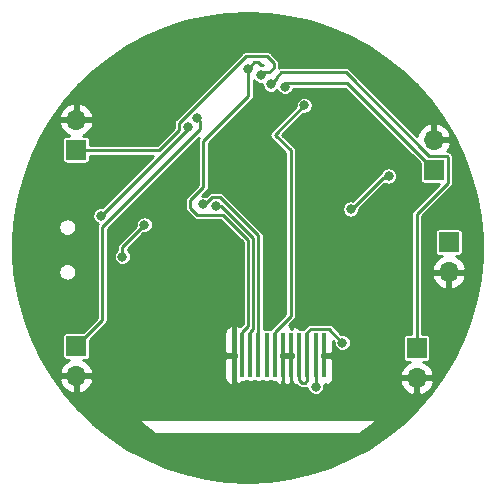
<source format=gbr>
G04 #@! TF.GenerationSoftware,KiCad,Pcbnew,(5.1.6)-1*
G04 #@! TF.CreationDate,2020-09-19T09:47:57+02:00*
G04 #@! TF.ProjectId,ArduinoProMicroUSB,41726475-696e-46f5-9072-6f4d6963726f,rev?*
G04 #@! TF.SameCoordinates,Original*
G04 #@! TF.FileFunction,Copper,L2,Bot*
G04 #@! TF.FilePolarity,Positive*
%FSLAX46Y46*%
G04 Gerber Fmt 4.6, Leading zero omitted, Abs format (unit mm)*
G04 Created by KiCad (PCBNEW (5.1.6)-1) date 2020-09-19 09:47:57*
%MOMM*%
%LPD*%
G01*
G04 APERTURE LIST*
G04 #@! TA.AperFunction,SMDPad,CuDef*
%ADD10R,0.345000X3.810000*%
G04 #@! TD*
G04 #@! TA.AperFunction,ComponentPad*
%ADD11O,1.700000X1.700000*%
G04 #@! TD*
G04 #@! TA.AperFunction,ComponentPad*
%ADD12R,1.700000X1.700000*%
G04 #@! TD*
G04 #@! TA.AperFunction,ViaPad*
%ADD13C,0.800000*%
G04 #@! TD*
G04 #@! TA.AperFunction,Conductor*
%ADD14C,0.250000*%
G04 #@! TD*
G04 #@! TA.AperFunction,Conductor*
%ADD15C,0.254000*%
G04 #@! TD*
G04 APERTURE END LIST*
D10*
X171053760Y-70421500D03*
X169672000Y-70421500D03*
X171744640Y-70421500D03*
X170362880Y-70421500D03*
X173817280Y-70421500D03*
X172435520Y-70421500D03*
X174508160Y-70421500D03*
X173126400Y-70421500D03*
X175201580Y-70421500D03*
X175892460Y-70421500D03*
X176583340Y-70421500D03*
X177274220Y-70421500D03*
D11*
X187845700Y-63385700D03*
D12*
X187845700Y-60845700D03*
D11*
X185127900Y-72339200D03*
D12*
X185127900Y-69799200D03*
X156324300Y-69634100D03*
D11*
X156324300Y-72174100D03*
D12*
X156298900Y-53009800D03*
D11*
X156298900Y-50469800D03*
D12*
X186575700Y-54724300D03*
D11*
X186575700Y-52184300D03*
D13*
X159448500Y-55181500D03*
X164020500Y-62166500D03*
X165912800Y-44564300D03*
X156591000Y-63639700D03*
X184721500Y-50673000D03*
X172300900Y-54889400D03*
X176415700Y-50660300D03*
X175298100Y-61010800D03*
X168084500Y-53098700D03*
X178498500Y-57150000D03*
X173736000Y-65849500D03*
X167068500Y-57658000D03*
X176583340Y-73091040D03*
X179565300Y-58039000D03*
X178841400Y-69354700D03*
X182753000Y-55245000D03*
X175615600Y-49250600D03*
X168173400Y-57785000D03*
X170878500Y-46228000D03*
X165760400Y-51117500D03*
X158400750Y-58604150D03*
X160215580Y-62075060D03*
X162077400Y-59377580D03*
X166560500Y-50355500D03*
X172783500Y-47498000D03*
X171958000Y-46736000D03*
X173990000Y-47688500D03*
D14*
X169672000Y-72576500D02*
X170412600Y-73317100D01*
X169672000Y-70421500D02*
X169672000Y-72576500D01*
X173817280Y-70421500D02*
X173817280Y-73309480D01*
X170412600Y-73317100D02*
X173824900Y-73317100D01*
X173817280Y-73309480D02*
X173824900Y-73317100D01*
X174508160Y-70421500D02*
X174508160Y-73111360D01*
X174536100Y-73139300D02*
X174536100Y-73317100D01*
X174508160Y-73111360D02*
X174536100Y-73139300D01*
X173824900Y-73317100D02*
X174536100Y-73317100D01*
X167793501Y-57059999D02*
X167068500Y-57785000D01*
X168521401Y-57059999D02*
X167793501Y-57059999D01*
X171744640Y-70421500D02*
X171744640Y-60283238D01*
X171744640Y-60283238D02*
X168521401Y-57059999D01*
X176583340Y-70421500D02*
X176583340Y-73091040D01*
X176583340Y-73091040D02*
X176583340Y-73091040D01*
X175201580Y-70421500D02*
X175201580Y-72547480D01*
X175201580Y-72547480D02*
X175412400Y-72758300D01*
X175412400Y-72758300D02*
X175691800Y-72758300D01*
X175892460Y-72557640D02*
X175892460Y-70421500D01*
X175691800Y-72758300D02*
X175892460Y-72557640D01*
X182270400Y-55384700D02*
X182562500Y-55384700D01*
X179565300Y-58089800D02*
X182270400Y-55384700D01*
X175892460Y-68449878D02*
X175892460Y-70421500D01*
X176150839Y-68191499D02*
X175892460Y-68449878D01*
X177678199Y-68191499D02*
X176150839Y-68191499D01*
X178841400Y-69354700D02*
X177678199Y-68191499D01*
X175615600Y-49250600D02*
X173126400Y-51739800D01*
X174461001Y-67115277D02*
X173126400Y-68449878D01*
X173126400Y-68449878D02*
X173126400Y-70421500D01*
X174461001Y-53074401D02*
X174461001Y-67115277D01*
X173126400Y-51739800D02*
X174461001Y-53074401D01*
X171053760Y-68449878D02*
X171053760Y-70421500D01*
X171294630Y-68209008D02*
X171053760Y-68449878D01*
X171294630Y-60469638D02*
X171294630Y-68209008D01*
X168609992Y-57785000D02*
X171294630Y-60469638D01*
X168173400Y-57785000D02*
X168609992Y-57785000D01*
X165987899Y-57993301D02*
X166364899Y-58370301D01*
X170844620Y-60656038D02*
X168698583Y-58510001D01*
X168698583Y-58510001D02*
X167825399Y-58510001D01*
X170362880Y-70421500D02*
X170362880Y-68449878D01*
X170844620Y-67968138D02*
X170844620Y-60656038D01*
X170362880Y-68449878D02*
X170844620Y-67968138D01*
X165987899Y-57993301D02*
X165987899Y-57297299D01*
X166504599Y-58510001D02*
X165987899Y-57993301D01*
X167825399Y-58510001D02*
X166504599Y-58510001D01*
X171691300Y-45593000D02*
X171919900Y-45821600D01*
X171386500Y-45593000D02*
X171691300Y-45593000D01*
X172110400Y-45821600D02*
X171919900Y-45821600D01*
X171069000Y-45910500D02*
X171386500Y-45593000D01*
X170878500Y-45910500D02*
X171069000Y-45910500D01*
X170878500Y-45910500D02*
X170878500Y-48450500D01*
X170878500Y-48450500D02*
X167068500Y-52260500D01*
X167068500Y-56197500D02*
X167078099Y-56207099D01*
X167068500Y-52260500D02*
X167068500Y-56197500D01*
X165987899Y-57297299D02*
X167078099Y-56207099D01*
X165760400Y-51244500D02*
X165760400Y-51117500D01*
X158400750Y-58604150D02*
X165760400Y-51244500D01*
X160223200Y-61231780D02*
X162077400Y-59377580D01*
X160223200Y-62141100D02*
X160223200Y-61231780D01*
X166827149Y-51250753D02*
X158514902Y-59563000D01*
X166427150Y-50285650D02*
X166827149Y-50685649D01*
X166827149Y-50685649D02*
X166827149Y-51250753D01*
X158514902Y-67443498D02*
X156324300Y-69634100D01*
X158514902Y-59563000D02*
X158514902Y-67443498D01*
X185127900Y-58457102D02*
X185127900Y-69799200D01*
X187750701Y-55834301D02*
X185127900Y-58457102D01*
X187750701Y-53614299D02*
X187750701Y-55834301D01*
X173291500Y-46875700D02*
X173691499Y-46475701D01*
X173691499Y-46475701D02*
X179128099Y-46475701D01*
X179128099Y-46475701D02*
X186201697Y-53549299D01*
X187685701Y-53549299D02*
X187750701Y-53614299D01*
X186201697Y-53549299D02*
X187685701Y-53549299D01*
X173291500Y-46990000D02*
X172783500Y-47498000D01*
X173291500Y-46875700D02*
X173291500Y-46990000D01*
X173018399Y-46082001D02*
X173018399Y-45656597D01*
X172618400Y-46482000D02*
X173018399Y-46082001D01*
X173018399Y-45656597D02*
X172458401Y-45096599D01*
X172458401Y-45096599D02*
X170708299Y-45096599D01*
X165035399Y-51333091D02*
X163307890Y-53060600D01*
X156349700Y-53060600D02*
X156298900Y-53009800D01*
X163307890Y-53060600D02*
X156349700Y-53060600D01*
X165035399Y-50769499D02*
X165035399Y-51333091D01*
X170708299Y-45096599D02*
X165035399Y-50769499D01*
X172212000Y-46482000D02*
X171958000Y-46736000D01*
X172618400Y-46482000D02*
X172212000Y-46482000D01*
X179247800Y-47396400D02*
X186575700Y-54724300D01*
X173990000Y-47625000D02*
X174218600Y-47396400D01*
X173913800Y-47396400D02*
X174218600Y-47396400D01*
X173990000Y-47688500D02*
X173990000Y-47625000D01*
X174218600Y-47396400D02*
X179247800Y-47396400D01*
D15*
G36*
X172594385Y-41506912D02*
G01*
X174359444Y-41746006D01*
X176095964Y-42142355D01*
X177789966Y-42692770D01*
X179427809Y-43392817D01*
X180996307Y-44236862D01*
X182482831Y-45218108D01*
X183875413Y-46328655D01*
X185162839Y-47559561D01*
X186334746Y-48900916D01*
X187381696Y-50341919D01*
X188295262Y-51870970D01*
X189068086Y-53475757D01*
X189693947Y-55143358D01*
X190167807Y-56860348D01*
X190485848Y-58612903D01*
X190645512Y-60386911D01*
X190645512Y-62168089D01*
X190485848Y-63942097D01*
X190167807Y-65694652D01*
X189693947Y-67411642D01*
X189068086Y-69079243D01*
X188295262Y-70684030D01*
X187381696Y-72213081D01*
X186334746Y-73654084D01*
X185162839Y-74995439D01*
X183875413Y-76226345D01*
X182482831Y-77336892D01*
X180996307Y-78318138D01*
X179427809Y-79162183D01*
X177789966Y-79862230D01*
X176095964Y-80412645D01*
X174359444Y-80808994D01*
X172594385Y-81048088D01*
X170815000Y-81128000D01*
X169035615Y-81048088D01*
X167270556Y-80808994D01*
X165534036Y-80412645D01*
X163840034Y-79862230D01*
X162202191Y-79162183D01*
X160633693Y-78318138D01*
X159147169Y-77336892D01*
X157754587Y-76226345D01*
X157527786Y-76009500D01*
X161708765Y-76009500D01*
X161709642Y-76018408D01*
X161709812Y-76027345D01*
X161711105Y-76033260D01*
X161711700Y-76039297D01*
X161714299Y-76047865D01*
X161716208Y-76056596D01*
X161718630Y-76062144D01*
X161720391Y-76067949D01*
X161724614Y-76075850D01*
X161728188Y-76084036D01*
X161731643Y-76089000D01*
X161734505Y-76094355D01*
X161740193Y-76101285D01*
X161745291Y-76108611D01*
X161749648Y-76112806D01*
X161753500Y-76117500D01*
X161760425Y-76123183D01*
X161761458Y-76124178D01*
X161766163Y-76127893D01*
X161776645Y-76136495D01*
X161777928Y-76137181D01*
X162972685Y-77080410D01*
X162983145Y-77088995D01*
X162991045Y-77093218D01*
X162998564Y-77098038D01*
X163004198Y-77100248D01*
X163009551Y-77103109D01*
X163018118Y-77105708D01*
X163026438Y-77108971D01*
X163032401Y-77110040D01*
X163038203Y-77111800D01*
X163047109Y-77112677D01*
X163055909Y-77114255D01*
X163069372Y-77114000D01*
X180144416Y-77114000D01*
X180154264Y-77114661D01*
X180166758Y-77113035D01*
X180179297Y-77111800D01*
X180181587Y-77111105D01*
X180183956Y-77110797D01*
X180195869Y-77106773D01*
X180207949Y-77103109D01*
X180210063Y-77101979D01*
X180212322Y-77101216D01*
X180223212Y-77094951D01*
X180234355Y-77088995D01*
X180241997Y-77082724D01*
X181563339Y-76138909D01*
X181567855Y-76136495D01*
X181575485Y-76130233D01*
X181577420Y-76128851D01*
X181581263Y-76125491D01*
X181591000Y-76117500D01*
X181592516Y-76115653D01*
X181594316Y-76114079D01*
X181601997Y-76104100D01*
X181609995Y-76094355D01*
X181611123Y-76092244D01*
X181612579Y-76090353D01*
X181618164Y-76079071D01*
X181624109Y-76067949D01*
X181624803Y-76065661D01*
X181625863Y-76063520D01*
X181629140Y-76051362D01*
X181632800Y-76039297D01*
X181633035Y-76036915D01*
X181633656Y-76034610D01*
X181634499Y-76022046D01*
X181635735Y-76009500D01*
X181635501Y-76007122D01*
X181635661Y-76004735D01*
X181634035Y-75992240D01*
X181632800Y-75979703D01*
X181632105Y-75977413D01*
X181631797Y-75975044D01*
X181627773Y-75963131D01*
X181624109Y-75951051D01*
X181622979Y-75948937D01*
X181622216Y-75946678D01*
X181615952Y-75935789D01*
X181609995Y-75924645D01*
X181608474Y-75922792D01*
X181607285Y-75920725D01*
X181599010Y-75911260D01*
X181591000Y-75901500D01*
X181589149Y-75899981D01*
X181587578Y-75898184D01*
X181577616Y-75890515D01*
X181567855Y-75882505D01*
X181565741Y-75881375D01*
X181563852Y-75879921D01*
X181552584Y-75874342D01*
X181541449Y-75868391D01*
X181539159Y-75867696D01*
X181537019Y-75866637D01*
X181524870Y-75863362D01*
X181512797Y-75859700D01*
X181510414Y-75859465D01*
X181508109Y-75858844D01*
X181495548Y-75858001D01*
X181490462Y-75857500D01*
X181488084Y-75857500D01*
X181478235Y-75856839D01*
X181473156Y-75857500D01*
X161875018Y-75857500D01*
X161873590Y-75857244D01*
X161860098Y-75857500D01*
X161854038Y-75857500D01*
X161852592Y-75857642D01*
X161843655Y-75857812D01*
X161837740Y-75859105D01*
X161831703Y-75859700D01*
X161823135Y-75862299D01*
X161814404Y-75864208D01*
X161808856Y-75866630D01*
X161803051Y-75868391D01*
X161795150Y-75872614D01*
X161786964Y-75876188D01*
X161782000Y-75879643D01*
X161776645Y-75882505D01*
X161769715Y-75888193D01*
X161762389Y-75893291D01*
X161758194Y-75897648D01*
X161753500Y-75901500D01*
X161747819Y-75908423D01*
X161741621Y-75914859D01*
X161738354Y-75919955D01*
X161734505Y-75924645D01*
X161730280Y-75932549D01*
X161725462Y-75940065D01*
X161723254Y-75945695D01*
X161720391Y-75951051D01*
X161717791Y-75959622D01*
X161714529Y-75967939D01*
X161713460Y-75973902D01*
X161711700Y-75979703D01*
X161710823Y-75988603D01*
X161709244Y-75997410D01*
X161709359Y-76003470D01*
X161708765Y-76009500D01*
X157527786Y-76009500D01*
X156467161Y-74995439D01*
X155295254Y-73654084D01*
X154479279Y-72530990D01*
X154882824Y-72530990D01*
X154927475Y-72678199D01*
X155052659Y-72941020D01*
X155226712Y-73174369D01*
X155442945Y-73369278D01*
X155693048Y-73518257D01*
X155967409Y-73615581D01*
X156197300Y-73494914D01*
X156197300Y-72301100D01*
X156451300Y-72301100D01*
X156451300Y-73494914D01*
X156681191Y-73615581D01*
X156955552Y-73518257D01*
X157205655Y-73369278D01*
X157421888Y-73174369D01*
X157595941Y-72941020D01*
X157721125Y-72678199D01*
X157765776Y-72530990D01*
X157655455Y-72321942D01*
X168861444Y-72321942D01*
X168872815Y-72446509D01*
X168908269Y-72566463D01*
X168966444Y-72677195D01*
X169045104Y-72774451D01*
X169141226Y-72854492D01*
X169251116Y-72914243D01*
X169370552Y-72951407D01*
X169467750Y-72961500D01*
X169626500Y-72802750D01*
X169626500Y-70548500D01*
X169023250Y-70548500D01*
X168864500Y-70707250D01*
X168861444Y-72321942D01*
X157655455Y-72321942D01*
X157644455Y-72301100D01*
X156451300Y-72301100D01*
X156197300Y-72301100D01*
X155004145Y-72301100D01*
X154882824Y-72530990D01*
X154479279Y-72530990D01*
X154248304Y-72213081D01*
X153334738Y-70684030D01*
X152561914Y-69079243D01*
X151936053Y-67411642D01*
X151462193Y-65694652D01*
X151144152Y-63942097D01*
X151085817Y-63293935D01*
X154800960Y-63293935D01*
X154800960Y-63441905D01*
X154829827Y-63587031D01*
X154886453Y-63723737D01*
X154968660Y-63846770D01*
X155073290Y-63951400D01*
X155196323Y-64033607D01*
X155333029Y-64090233D01*
X155478155Y-64119100D01*
X155626125Y-64119100D01*
X155771251Y-64090233D01*
X155907957Y-64033607D01*
X156030990Y-63951400D01*
X156135620Y-63846770D01*
X156217827Y-63723737D01*
X156274453Y-63587031D01*
X156303320Y-63441905D01*
X156303320Y-63293935D01*
X156274453Y-63148809D01*
X156217827Y-63012103D01*
X156135620Y-62889070D01*
X156030990Y-62784440D01*
X155907957Y-62702233D01*
X155771251Y-62645607D01*
X155626125Y-62616740D01*
X155478155Y-62616740D01*
X155333029Y-62645607D01*
X155196323Y-62702233D01*
X155073290Y-62784440D01*
X154968660Y-62889070D01*
X154886453Y-63012103D01*
X154829827Y-63148809D01*
X154800960Y-63293935D01*
X151085817Y-63293935D01*
X150984488Y-62168089D01*
X150984488Y-60386911D01*
X151064843Y-59494095D01*
X154800960Y-59494095D01*
X154800960Y-59642065D01*
X154829827Y-59787191D01*
X154886453Y-59923897D01*
X154968660Y-60046930D01*
X155073290Y-60151560D01*
X155196323Y-60233767D01*
X155333029Y-60290393D01*
X155478155Y-60319260D01*
X155626125Y-60319260D01*
X155771251Y-60290393D01*
X155907957Y-60233767D01*
X156030990Y-60151560D01*
X156135620Y-60046930D01*
X156217827Y-59923897D01*
X156274453Y-59787191D01*
X156303320Y-59642065D01*
X156303320Y-59494095D01*
X156274453Y-59348969D01*
X156217827Y-59212263D01*
X156135620Y-59089230D01*
X156030990Y-58984600D01*
X155907957Y-58902393D01*
X155771251Y-58845767D01*
X155626125Y-58816900D01*
X155478155Y-58816900D01*
X155333029Y-58845767D01*
X155196323Y-58902393D01*
X155073290Y-58984600D01*
X154968660Y-59089230D01*
X154886453Y-59212263D01*
X154829827Y-59348969D01*
X154800960Y-59494095D01*
X151064843Y-59494095D01*
X151144152Y-58612903D01*
X151462193Y-56860348D01*
X151936053Y-55143358D01*
X152561914Y-53475757D01*
X153334738Y-51870970D01*
X153958666Y-50826690D01*
X154857424Y-50826690D01*
X154902075Y-50973899D01*
X155027259Y-51236720D01*
X155201312Y-51470069D01*
X155417545Y-51664978D01*
X155667648Y-51813957D01*
X155716308Y-51831218D01*
X155448900Y-51831218D01*
X155384797Y-51837532D01*
X155323157Y-51856230D01*
X155266350Y-51886594D01*
X155216557Y-51927457D01*
X155175694Y-51977250D01*
X155145330Y-52034057D01*
X155126632Y-52095697D01*
X155120318Y-52159800D01*
X155120318Y-53859800D01*
X155126632Y-53923903D01*
X155145330Y-53985543D01*
X155175694Y-54042350D01*
X155216557Y-54092143D01*
X155266350Y-54133006D01*
X155323157Y-54163370D01*
X155384797Y-54182068D01*
X155448900Y-54188382D01*
X157148900Y-54188382D01*
X157213003Y-54182068D01*
X157274643Y-54163370D01*
X157331450Y-54133006D01*
X157381243Y-54092143D01*
X157422106Y-54042350D01*
X157452470Y-53985543D01*
X157471168Y-53923903D01*
X157477482Y-53859800D01*
X157477482Y-53512600D01*
X162853076Y-53512600D01*
X158485844Y-57879833D01*
X158472353Y-57877150D01*
X158329147Y-57877150D01*
X158188692Y-57905088D01*
X158056386Y-57959891D01*
X157937314Y-58039452D01*
X157836052Y-58140714D01*
X157756491Y-58259786D01*
X157701688Y-58392092D01*
X157673750Y-58532547D01*
X157673750Y-58675753D01*
X157701688Y-58816208D01*
X157756491Y-58948514D01*
X157836052Y-59067586D01*
X157937314Y-59168848D01*
X158056386Y-59248409D01*
X158154874Y-59289204D01*
X158137259Y-59310668D01*
X158116787Y-59348969D01*
X158095288Y-59389191D01*
X158069442Y-59474393D01*
X158060715Y-59563000D01*
X158062902Y-59585205D01*
X158062903Y-67256272D01*
X156863658Y-68455518D01*
X155474300Y-68455518D01*
X155410197Y-68461832D01*
X155348557Y-68480530D01*
X155291750Y-68510894D01*
X155241957Y-68551757D01*
X155201094Y-68601550D01*
X155170730Y-68658357D01*
X155152032Y-68719997D01*
X155145718Y-68784100D01*
X155145718Y-70484100D01*
X155152032Y-70548203D01*
X155170730Y-70609843D01*
X155201094Y-70666650D01*
X155241957Y-70716443D01*
X155291750Y-70757306D01*
X155348557Y-70787670D01*
X155410197Y-70806368D01*
X155474300Y-70812682D01*
X155741708Y-70812682D01*
X155693048Y-70829943D01*
X155442945Y-70978922D01*
X155226712Y-71173831D01*
X155052659Y-71407180D01*
X154927475Y-71670001D01*
X154882824Y-71817210D01*
X155004145Y-72047100D01*
X156197300Y-72047100D01*
X156197300Y-72027100D01*
X156451300Y-72027100D01*
X156451300Y-72047100D01*
X157644455Y-72047100D01*
X157765776Y-71817210D01*
X157721125Y-71670001D01*
X157595941Y-71407180D01*
X157421888Y-71173831D01*
X157205655Y-70978922D01*
X156955552Y-70829943D01*
X156906892Y-70812682D01*
X157174300Y-70812682D01*
X157238403Y-70806368D01*
X157300043Y-70787670D01*
X157356850Y-70757306D01*
X157406643Y-70716443D01*
X157447506Y-70666650D01*
X157477870Y-70609843D01*
X157496568Y-70548203D01*
X157502882Y-70484100D01*
X157502882Y-69094742D01*
X158076566Y-68521058D01*
X168861444Y-68521058D01*
X168864500Y-70135750D01*
X169023250Y-70294500D01*
X169626500Y-70294500D01*
X169626500Y-68040250D01*
X169467750Y-67881500D01*
X169370552Y-67891593D01*
X169251116Y-67928757D01*
X169141226Y-67988508D01*
X169045104Y-68068549D01*
X168966444Y-68165805D01*
X168908269Y-68276537D01*
X168872815Y-68396491D01*
X168861444Y-68521058D01*
X158076566Y-68521058D01*
X158818813Y-67778812D01*
X158836061Y-67764657D01*
X158892545Y-67695831D01*
X158934516Y-67617308D01*
X158960362Y-67532105D01*
X158969089Y-67443499D01*
X158966902Y-67421294D01*
X158966902Y-62003457D01*
X159488580Y-62003457D01*
X159488580Y-62146663D01*
X159516518Y-62287118D01*
X159571321Y-62419424D01*
X159650882Y-62538496D01*
X159752144Y-62639758D01*
X159871216Y-62719319D01*
X160003522Y-62774122D01*
X160143977Y-62802060D01*
X160287183Y-62802060D01*
X160427638Y-62774122D01*
X160559944Y-62719319D01*
X160679016Y-62639758D01*
X160780278Y-62538496D01*
X160859839Y-62419424D01*
X160914642Y-62287118D01*
X160942580Y-62146663D01*
X160942580Y-62003457D01*
X160914642Y-61863002D01*
X160859839Y-61730696D01*
X160780278Y-61611624D01*
X160679016Y-61510362D01*
X160675200Y-61507812D01*
X160675200Y-61419003D01*
X161992307Y-60101897D01*
X162005797Y-60104580D01*
X162149003Y-60104580D01*
X162289458Y-60076642D01*
X162421764Y-60021839D01*
X162540836Y-59942278D01*
X162642098Y-59841016D01*
X162721659Y-59721944D01*
X162776462Y-59589638D01*
X162804400Y-59449183D01*
X162804400Y-59305977D01*
X162776462Y-59165522D01*
X162721659Y-59033216D01*
X162642098Y-58914144D01*
X162540836Y-58812882D01*
X162421764Y-58733321D01*
X162289458Y-58678518D01*
X162149003Y-58650580D01*
X162005797Y-58650580D01*
X161865342Y-58678518D01*
X161733036Y-58733321D01*
X161613964Y-58812882D01*
X161512702Y-58914144D01*
X161433141Y-59033216D01*
X161378338Y-59165522D01*
X161350400Y-59305977D01*
X161350400Y-59449183D01*
X161353083Y-59462673D01*
X159919296Y-60896461D01*
X159902042Y-60910621D01*
X159847405Y-60977196D01*
X159845558Y-60979447D01*
X159803586Y-61057971D01*
X159777740Y-61143173D01*
X159769013Y-61231780D01*
X159771201Y-61253995D01*
X159771201Y-61497629D01*
X159752144Y-61510362D01*
X159650882Y-61611624D01*
X159571321Y-61730696D01*
X159516518Y-61863002D01*
X159488580Y-62003457D01*
X158966902Y-62003457D01*
X158966902Y-59750223D01*
X166670071Y-52047055D01*
X166655075Y-52075113D01*
X166648886Y-52086691D01*
X166623040Y-52171893D01*
X166614313Y-52260500D01*
X166616500Y-52282705D01*
X166616501Y-56029473D01*
X165683995Y-56961980D01*
X165666741Y-56976140D01*
X165635883Y-57013741D01*
X165610257Y-57044966D01*
X165568285Y-57123490D01*
X165542439Y-57208692D01*
X165533712Y-57297299D01*
X165535900Y-57319514D01*
X165535899Y-57971095D01*
X165533712Y-57993301D01*
X165539869Y-58055814D01*
X165542439Y-58081907D01*
X165568285Y-58167110D01*
X165610256Y-58245633D01*
X165666740Y-58314460D01*
X165683999Y-58328624D01*
X166169284Y-58813911D01*
X166183440Y-58831160D01*
X166252266Y-58887644D01*
X166301845Y-58914144D01*
X166330789Y-58929615D01*
X166415991Y-58955461D01*
X166504598Y-58964188D01*
X166526803Y-58962001D01*
X168511360Y-58962001D01*
X170392621Y-60843263D01*
X170392620Y-67780914D01*
X170191277Y-67982257D01*
X170092884Y-67928757D01*
X169973448Y-67891593D01*
X169876250Y-67881500D01*
X169717500Y-68040250D01*
X169717500Y-70294500D01*
X169819000Y-70294500D01*
X169819000Y-70548500D01*
X169717500Y-70548500D01*
X169717500Y-72802750D01*
X169876250Y-72961500D01*
X169973448Y-72951407D01*
X170092884Y-72914243D01*
X170202774Y-72854492D01*
X170298896Y-72774451D01*
X170377556Y-72677195D01*
X170389173Y-72655082D01*
X170535380Y-72655082D01*
X170599483Y-72648768D01*
X170661123Y-72630070D01*
X170708320Y-72604843D01*
X170755517Y-72630070D01*
X170817157Y-72648768D01*
X170881260Y-72655082D01*
X171226260Y-72655082D01*
X171290363Y-72648768D01*
X171352003Y-72630070D01*
X171399200Y-72604843D01*
X171446397Y-72630070D01*
X171508037Y-72648768D01*
X171572140Y-72655082D01*
X171917140Y-72655082D01*
X171981243Y-72648768D01*
X172042883Y-72630070D01*
X172090080Y-72604843D01*
X172137277Y-72630070D01*
X172198917Y-72648768D01*
X172263020Y-72655082D01*
X172608020Y-72655082D01*
X172672123Y-72648768D01*
X172733763Y-72630070D01*
X172780960Y-72604843D01*
X172828157Y-72630070D01*
X172889797Y-72648768D01*
X172953900Y-72655082D01*
X173100107Y-72655082D01*
X173111724Y-72677195D01*
X173190384Y-72774451D01*
X173286506Y-72854492D01*
X173396396Y-72914243D01*
X173515832Y-72951407D01*
X173613030Y-72961500D01*
X173771780Y-72802750D01*
X173771780Y-72618524D01*
X173802604Y-72677195D01*
X173862780Y-72751597D01*
X173862780Y-72802750D01*
X174021530Y-72961500D01*
X174118728Y-72951407D01*
X174162720Y-72937718D01*
X174206712Y-72951407D01*
X174303910Y-72961500D01*
X174462660Y-72802750D01*
X174462660Y-72751597D01*
X174522836Y-72677195D01*
X174553660Y-72618524D01*
X174553660Y-72802750D01*
X174712410Y-72961500D01*
X174809608Y-72951407D01*
X174929044Y-72914243D01*
X174929093Y-72914216D01*
X175077077Y-73062200D01*
X175091241Y-73079459D01*
X175160067Y-73135943D01*
X175231958Y-73174369D01*
X175238590Y-73177914D01*
X175323792Y-73203760D01*
X175412400Y-73212487D01*
X175434605Y-73210300D01*
X175669595Y-73210300D01*
X175691800Y-73212487D01*
X175714005Y-73210300D01*
X175780407Y-73203760D01*
X175859732Y-73179697D01*
X175884278Y-73303098D01*
X175939081Y-73435404D01*
X176018642Y-73554476D01*
X176119904Y-73655738D01*
X176238976Y-73735299D01*
X176371282Y-73790102D01*
X176511737Y-73818040D01*
X176654943Y-73818040D01*
X176795398Y-73790102D01*
X176927704Y-73735299D01*
X177046776Y-73655738D01*
X177148038Y-73554476D01*
X177227599Y-73435404D01*
X177282402Y-73303098D01*
X177310340Y-73162643D01*
X177310340Y-73019437D01*
X177298816Y-72961500D01*
X177401222Y-72961500D01*
X177401222Y-72884252D01*
X177478470Y-72961500D01*
X177575668Y-72951407D01*
X177695104Y-72914243D01*
X177804994Y-72854492D01*
X177901116Y-72774451D01*
X177964493Y-72696090D01*
X183686424Y-72696090D01*
X183731075Y-72843299D01*
X183856259Y-73106120D01*
X184030312Y-73339469D01*
X184246545Y-73534378D01*
X184496648Y-73683357D01*
X184771009Y-73780681D01*
X185000900Y-73660014D01*
X185000900Y-72466200D01*
X185254900Y-72466200D01*
X185254900Y-73660014D01*
X185484791Y-73780681D01*
X185759152Y-73683357D01*
X186009255Y-73534378D01*
X186225488Y-73339469D01*
X186399541Y-73106120D01*
X186524725Y-72843299D01*
X186569376Y-72696090D01*
X186448055Y-72466200D01*
X185254900Y-72466200D01*
X185000900Y-72466200D01*
X183807745Y-72466200D01*
X183686424Y-72696090D01*
X177964493Y-72696090D01*
X177979776Y-72677195D01*
X178037951Y-72566463D01*
X178073405Y-72446509D01*
X178084776Y-72321942D01*
X178081720Y-70707250D01*
X177922970Y-70548500D01*
X177319720Y-70548500D01*
X177319720Y-70568500D01*
X177228720Y-70568500D01*
X177228720Y-70548500D01*
X177127220Y-70548500D01*
X177127220Y-70294500D01*
X177228720Y-70294500D01*
X177228720Y-70274500D01*
X177319720Y-70274500D01*
X177319720Y-70294500D01*
X177922970Y-70294500D01*
X178081720Y-70135750D01*
X178083423Y-69235947D01*
X178117083Y-69269607D01*
X178114400Y-69283097D01*
X178114400Y-69426303D01*
X178142338Y-69566758D01*
X178197141Y-69699064D01*
X178276702Y-69818136D01*
X178377964Y-69919398D01*
X178497036Y-69998959D01*
X178629342Y-70053762D01*
X178769797Y-70081700D01*
X178913003Y-70081700D01*
X179053458Y-70053762D01*
X179185764Y-69998959D01*
X179304836Y-69919398D01*
X179406098Y-69818136D01*
X179485659Y-69699064D01*
X179540462Y-69566758D01*
X179568400Y-69426303D01*
X179568400Y-69283097D01*
X179540462Y-69142642D01*
X179485659Y-69010336D01*
X179406098Y-68891264D01*
X179304836Y-68790002D01*
X179185764Y-68710441D01*
X179053458Y-68655638D01*
X178913003Y-68627700D01*
X178769797Y-68627700D01*
X178756307Y-68630383D01*
X178013522Y-67887599D01*
X177999358Y-67870340D01*
X177930532Y-67813856D01*
X177852009Y-67771885D01*
X177766806Y-67746039D01*
X177700404Y-67739499D01*
X177678199Y-67737312D01*
X177655994Y-67739499D01*
X176173043Y-67739499D01*
X176150838Y-67737312D01*
X176062231Y-67746039D01*
X175977029Y-67771885D01*
X175898506Y-67813856D01*
X175829680Y-67870340D01*
X175815520Y-67887595D01*
X175588560Y-68114555D01*
X175571301Y-68128719D01*
X175514817Y-68197546D01*
X175505090Y-68215745D01*
X175499823Y-68212930D01*
X175438183Y-68194232D01*
X175374080Y-68187918D01*
X175225333Y-68187918D01*
X175213716Y-68165805D01*
X175135056Y-68068549D01*
X175038934Y-67988508D01*
X174929044Y-67928757D01*
X174809608Y-67891593D01*
X174712410Y-67881500D01*
X174553660Y-68040250D01*
X174553660Y-68224476D01*
X174522836Y-68165805D01*
X174462660Y-68091403D01*
X174462660Y-68040250D01*
X174318956Y-67896546D01*
X174764906Y-67450596D01*
X174782160Y-67436436D01*
X174838644Y-67367610D01*
X174880615Y-67289087D01*
X174906461Y-67203884D01*
X174913001Y-67137482D01*
X174915188Y-67115277D01*
X174913001Y-67093072D01*
X174913001Y-57967397D01*
X178838300Y-57967397D01*
X178838300Y-58110603D01*
X178866238Y-58251058D01*
X178921041Y-58383364D01*
X179000602Y-58502436D01*
X179101864Y-58603698D01*
X179220936Y-58683259D01*
X179353242Y-58738062D01*
X179493697Y-58766000D01*
X179636903Y-58766000D01*
X179777358Y-58738062D01*
X179909664Y-58683259D01*
X180028736Y-58603698D01*
X180129998Y-58502436D01*
X180209559Y-58383364D01*
X180264362Y-58251058D01*
X180292300Y-58110603D01*
X180292300Y-58002023D01*
X182406496Y-55887829D01*
X182408636Y-55889259D01*
X182540942Y-55944062D01*
X182681397Y-55972000D01*
X182824603Y-55972000D01*
X182965058Y-55944062D01*
X183097364Y-55889259D01*
X183216436Y-55809698D01*
X183317698Y-55708436D01*
X183397259Y-55589364D01*
X183452062Y-55457058D01*
X183480000Y-55316603D01*
X183480000Y-55173397D01*
X183452062Y-55032942D01*
X183397259Y-54900636D01*
X183317698Y-54781564D01*
X183216436Y-54680302D01*
X183097364Y-54600741D01*
X182965058Y-54545938D01*
X182824603Y-54518000D01*
X182681397Y-54518000D01*
X182540942Y-54545938D01*
X182408636Y-54600741D01*
X182289564Y-54680302D01*
X182188302Y-54781564D01*
X182108741Y-54900636D01*
X182077909Y-54975071D01*
X182018067Y-55007057D01*
X181949241Y-55063541D01*
X181935086Y-55080789D01*
X179692765Y-57323112D01*
X179636903Y-57312000D01*
X179493697Y-57312000D01*
X179353242Y-57339938D01*
X179220936Y-57394741D01*
X179101864Y-57474302D01*
X179000602Y-57575564D01*
X178921041Y-57694636D01*
X178866238Y-57826942D01*
X178838300Y-57967397D01*
X174913001Y-57967397D01*
X174913001Y-53096606D01*
X174915188Y-53074401D01*
X174906461Y-52985793D01*
X174880615Y-52900591D01*
X174846086Y-52835991D01*
X174838644Y-52822068D01*
X174782160Y-52753242D01*
X174764907Y-52739083D01*
X173765623Y-51739800D01*
X175530508Y-49974917D01*
X175543997Y-49977600D01*
X175687203Y-49977600D01*
X175827658Y-49949662D01*
X175959964Y-49894859D01*
X176079036Y-49815298D01*
X176180298Y-49714036D01*
X176259859Y-49594964D01*
X176314662Y-49462658D01*
X176342600Y-49322203D01*
X176342600Y-49178997D01*
X176314662Y-49038542D01*
X176259859Y-48906236D01*
X176180298Y-48787164D01*
X176079036Y-48685902D01*
X175959964Y-48606341D01*
X175827658Y-48551538D01*
X175687203Y-48523600D01*
X175543997Y-48523600D01*
X175403542Y-48551538D01*
X175271236Y-48606341D01*
X175152164Y-48685902D01*
X175050902Y-48787164D01*
X174971341Y-48906236D01*
X174916538Y-49038542D01*
X174888600Y-49178997D01*
X174888600Y-49322203D01*
X174891283Y-49335692D01*
X172822491Y-51404486D01*
X172805242Y-51418642D01*
X172791087Y-51435890D01*
X172748758Y-51487467D01*
X172706786Y-51565991D01*
X172680940Y-51651193D01*
X172672213Y-51739800D01*
X172680940Y-51828407D01*
X172706786Y-51913609D01*
X172748758Y-51992133D01*
X172805242Y-52060958D01*
X172822490Y-52075113D01*
X174009001Y-53261625D01*
X174009002Y-66928052D01*
X172822500Y-68114555D01*
X172805241Y-68128719D01*
X172748757Y-68197546D01*
X172739030Y-68215745D01*
X172733763Y-68212930D01*
X172672123Y-68194232D01*
X172608020Y-68187918D01*
X172263020Y-68187918D01*
X172198917Y-68194232D01*
X172196640Y-68194923D01*
X172196640Y-60305442D01*
X172198827Y-60283237D01*
X172190100Y-60194630D01*
X172181332Y-60165726D01*
X172164254Y-60109428D01*
X172122283Y-60030905D01*
X172065799Y-59962079D01*
X172048551Y-59947924D01*
X168856724Y-56756099D01*
X168842560Y-56738840D01*
X168773734Y-56682356D01*
X168695211Y-56640385D01*
X168610008Y-56614539D01*
X168543606Y-56607999D01*
X168521401Y-56605812D01*
X168499196Y-56607999D01*
X167815705Y-56607999D01*
X167793500Y-56605812D01*
X167704893Y-56614539D01*
X167696405Y-56617114D01*
X167619691Y-56640385D01*
X167541168Y-56682356D01*
X167472342Y-56738840D01*
X167458186Y-56756089D01*
X167259522Y-56954754D01*
X167140103Y-56931000D01*
X166996897Y-56931000D01*
X166992559Y-56931863D01*
X167382013Y-56542409D01*
X167399257Y-56528257D01*
X167413409Y-56511013D01*
X167413412Y-56511010D01*
X167455741Y-56459432D01*
X167497713Y-56380909D01*
X167523559Y-56295707D01*
X167532286Y-56207099D01*
X167523559Y-56118492D01*
X167520500Y-56108408D01*
X167520500Y-52447723D01*
X171182405Y-48785819D01*
X171199659Y-48771659D01*
X171256143Y-48702833D01*
X171298114Y-48624310D01*
X171323960Y-48539107D01*
X171330500Y-48472705D01*
X171332687Y-48450500D01*
X171330500Y-48428295D01*
X171330500Y-47105446D01*
X171393302Y-47199436D01*
X171494564Y-47300698D01*
X171613636Y-47380259D01*
X171745942Y-47435062D01*
X171886397Y-47463000D01*
X172029603Y-47463000D01*
X172056500Y-47457650D01*
X172056500Y-47569603D01*
X172084438Y-47710058D01*
X172139241Y-47842364D01*
X172218802Y-47961436D01*
X172320064Y-48062698D01*
X172439136Y-48142259D01*
X172571442Y-48197062D01*
X172711897Y-48225000D01*
X172855103Y-48225000D01*
X172995558Y-48197062D01*
X173127864Y-48142259D01*
X173246936Y-48062698D01*
X173325540Y-47984094D01*
X173345741Y-48032864D01*
X173425302Y-48151936D01*
X173526564Y-48253198D01*
X173645636Y-48332759D01*
X173777942Y-48387562D01*
X173918397Y-48415500D01*
X174061603Y-48415500D01*
X174202058Y-48387562D01*
X174334364Y-48332759D01*
X174453436Y-48253198D01*
X174554698Y-48151936D01*
X174634259Y-48032864D01*
X174689062Y-47900558D01*
X174699437Y-47848400D01*
X179060577Y-47848400D01*
X185397118Y-54184942D01*
X185397118Y-55574300D01*
X185403432Y-55638403D01*
X185422130Y-55700043D01*
X185452494Y-55756850D01*
X185493357Y-55806643D01*
X185543150Y-55847506D01*
X185599957Y-55877870D01*
X185661597Y-55896568D01*
X185725700Y-55902882D01*
X187042896Y-55902882D01*
X184824000Y-58121779D01*
X184806741Y-58135943D01*
X184750257Y-58204770D01*
X184728415Y-58245634D01*
X184708286Y-58283293D01*
X184682440Y-58368495D01*
X184673713Y-58457102D01*
X184675900Y-58479307D01*
X184675901Y-68620618D01*
X184277900Y-68620618D01*
X184213797Y-68626932D01*
X184152157Y-68645630D01*
X184095350Y-68675994D01*
X184045557Y-68716857D01*
X184004694Y-68766650D01*
X183974330Y-68823457D01*
X183955632Y-68885097D01*
X183949318Y-68949200D01*
X183949318Y-70649200D01*
X183955632Y-70713303D01*
X183974330Y-70774943D01*
X184004694Y-70831750D01*
X184045557Y-70881543D01*
X184095350Y-70922406D01*
X184152157Y-70952770D01*
X184213797Y-70971468D01*
X184277900Y-70977782D01*
X184545308Y-70977782D01*
X184496648Y-70995043D01*
X184246545Y-71144022D01*
X184030312Y-71338931D01*
X183856259Y-71572280D01*
X183731075Y-71835101D01*
X183686424Y-71982310D01*
X183807745Y-72212200D01*
X185000900Y-72212200D01*
X185000900Y-72192200D01*
X185254900Y-72192200D01*
X185254900Y-72212200D01*
X186448055Y-72212200D01*
X186569376Y-71982310D01*
X186524725Y-71835101D01*
X186399541Y-71572280D01*
X186225488Y-71338931D01*
X186009255Y-71144022D01*
X185759152Y-70995043D01*
X185710492Y-70977782D01*
X185977900Y-70977782D01*
X186042003Y-70971468D01*
X186103643Y-70952770D01*
X186160450Y-70922406D01*
X186210243Y-70881543D01*
X186251106Y-70831750D01*
X186281470Y-70774943D01*
X186300168Y-70713303D01*
X186306482Y-70649200D01*
X186306482Y-68949200D01*
X186300168Y-68885097D01*
X186281470Y-68823457D01*
X186251106Y-68766650D01*
X186210243Y-68716857D01*
X186160450Y-68675994D01*
X186103643Y-68645630D01*
X186042003Y-68626932D01*
X185977900Y-68620618D01*
X185579900Y-68620618D01*
X185579900Y-63742590D01*
X186404224Y-63742590D01*
X186448875Y-63889799D01*
X186574059Y-64152620D01*
X186748112Y-64385969D01*
X186964345Y-64580878D01*
X187214448Y-64729857D01*
X187488809Y-64827181D01*
X187718700Y-64706514D01*
X187718700Y-63512700D01*
X187972700Y-63512700D01*
X187972700Y-64706514D01*
X188202591Y-64827181D01*
X188476952Y-64729857D01*
X188727055Y-64580878D01*
X188943288Y-64385969D01*
X189117341Y-64152620D01*
X189242525Y-63889799D01*
X189287176Y-63742590D01*
X189165855Y-63512700D01*
X187972700Y-63512700D01*
X187718700Y-63512700D01*
X186525545Y-63512700D01*
X186404224Y-63742590D01*
X185579900Y-63742590D01*
X185579900Y-63028810D01*
X186404224Y-63028810D01*
X186525545Y-63258700D01*
X187718700Y-63258700D01*
X187718700Y-63238700D01*
X187972700Y-63238700D01*
X187972700Y-63258700D01*
X189165855Y-63258700D01*
X189287176Y-63028810D01*
X189242525Y-62881601D01*
X189117341Y-62618780D01*
X188943288Y-62385431D01*
X188727055Y-62190522D01*
X188476952Y-62041543D01*
X188428292Y-62024282D01*
X188695700Y-62024282D01*
X188759803Y-62017968D01*
X188821443Y-61999270D01*
X188878250Y-61968906D01*
X188928043Y-61928043D01*
X188968906Y-61878250D01*
X188999270Y-61821443D01*
X189017968Y-61759803D01*
X189024282Y-61695700D01*
X189024282Y-59995700D01*
X189017968Y-59931597D01*
X188999270Y-59869957D01*
X188968906Y-59813150D01*
X188928043Y-59763357D01*
X188878250Y-59722494D01*
X188821443Y-59692130D01*
X188759803Y-59673432D01*
X188695700Y-59667118D01*
X186995700Y-59667118D01*
X186931597Y-59673432D01*
X186869957Y-59692130D01*
X186813150Y-59722494D01*
X186763357Y-59763357D01*
X186722494Y-59813150D01*
X186692130Y-59869957D01*
X186673432Y-59931597D01*
X186667118Y-59995700D01*
X186667118Y-61695700D01*
X186673432Y-61759803D01*
X186692130Y-61821443D01*
X186722494Y-61878250D01*
X186763357Y-61928043D01*
X186813150Y-61968906D01*
X186869957Y-61999270D01*
X186931597Y-62017968D01*
X186995700Y-62024282D01*
X187263108Y-62024282D01*
X187214448Y-62041543D01*
X186964345Y-62190522D01*
X186748112Y-62385431D01*
X186574059Y-62618780D01*
X186448875Y-62881601D01*
X186404224Y-63028810D01*
X185579900Y-63028810D01*
X185579900Y-58644325D01*
X188054606Y-56169620D01*
X188071860Y-56155460D01*
X188128344Y-56086634D01*
X188170315Y-56008111D01*
X188196161Y-55922908D01*
X188202142Y-55862187D01*
X188204888Y-55834301D01*
X188202701Y-55812096D01*
X188202701Y-53636504D01*
X188204888Y-53614299D01*
X188196161Y-53525692D01*
X188181013Y-53475757D01*
X188170315Y-53440489D01*
X188128344Y-53361966D01*
X188071860Y-53293140D01*
X188054602Y-53278977D01*
X188021024Y-53245399D01*
X188006860Y-53228140D01*
X187938034Y-53171656D01*
X187859511Y-53129685D01*
X187774308Y-53103839D01*
X187736296Y-53100095D01*
X187847341Y-52951220D01*
X187972525Y-52688399D01*
X188017176Y-52541190D01*
X187895855Y-52311300D01*
X186702700Y-52311300D01*
X186702700Y-52331300D01*
X186448700Y-52331300D01*
X186448700Y-52311300D01*
X186428700Y-52311300D01*
X186428700Y-52057300D01*
X186448700Y-52057300D01*
X186448700Y-50863486D01*
X186702700Y-50863486D01*
X186702700Y-52057300D01*
X187895855Y-52057300D01*
X188017176Y-51827410D01*
X187972525Y-51680201D01*
X187847341Y-51417380D01*
X187673288Y-51184031D01*
X187457055Y-50989122D01*
X187206952Y-50840143D01*
X186932591Y-50742819D01*
X186702700Y-50863486D01*
X186448700Y-50863486D01*
X186218809Y-50742819D01*
X185944448Y-50840143D01*
X185694345Y-50989122D01*
X185478112Y-51184031D01*
X185304059Y-51417380D01*
X185178875Y-51680201D01*
X185134224Y-51827410D01*
X185151200Y-51859577D01*
X179463422Y-46171801D01*
X179449258Y-46154542D01*
X179380432Y-46098058D01*
X179301909Y-46056087D01*
X179216706Y-46030241D01*
X179150304Y-46023701D01*
X179128099Y-46021514D01*
X179105894Y-46023701D01*
X173713703Y-46023701D01*
X173691498Y-46021514D01*
X173602891Y-46030241D01*
X173554238Y-46045000D01*
X173517689Y-46056087D01*
X173472417Y-46080285D01*
X173470399Y-46059797D01*
X173470399Y-45678802D01*
X173472586Y-45656597D01*
X173463859Y-45567989D01*
X173438013Y-45482787D01*
X173417258Y-45443957D01*
X173396042Y-45404264D01*
X173339558Y-45335438D01*
X173322304Y-45321278D01*
X172793724Y-44792699D01*
X172779560Y-44775440D01*
X172710734Y-44718956D01*
X172632211Y-44676985D01*
X172547008Y-44651139D01*
X172480606Y-44644599D01*
X172458401Y-44642412D01*
X172436196Y-44644599D01*
X170730503Y-44644599D01*
X170708298Y-44642412D01*
X170619691Y-44651139D01*
X170534489Y-44676985D01*
X170455966Y-44718956D01*
X170387140Y-44775440D01*
X170372985Y-44792688D01*
X164731499Y-50434176D01*
X164714240Y-50448340D01*
X164662129Y-50511839D01*
X164657757Y-50517166D01*
X164615785Y-50595690D01*
X164589939Y-50680892D01*
X164581212Y-50769499D01*
X164583399Y-50791705D01*
X164583400Y-51145866D01*
X163120667Y-52608600D01*
X157477482Y-52608600D01*
X157477482Y-52159800D01*
X157471168Y-52095697D01*
X157452470Y-52034057D01*
X157422106Y-51977250D01*
X157381243Y-51927457D01*
X157331450Y-51886594D01*
X157274643Y-51856230D01*
X157213003Y-51837532D01*
X157148900Y-51831218D01*
X156881492Y-51831218D01*
X156930152Y-51813957D01*
X157180255Y-51664978D01*
X157396488Y-51470069D01*
X157570541Y-51236720D01*
X157695725Y-50973899D01*
X157740376Y-50826690D01*
X157619055Y-50596800D01*
X156425900Y-50596800D01*
X156425900Y-50616800D01*
X156171900Y-50616800D01*
X156171900Y-50596800D01*
X154978745Y-50596800D01*
X154857424Y-50826690D01*
X153958666Y-50826690D01*
X154248304Y-50341919D01*
X154414688Y-50112910D01*
X154857424Y-50112910D01*
X154978745Y-50342800D01*
X156171900Y-50342800D01*
X156171900Y-49148986D01*
X156425900Y-49148986D01*
X156425900Y-50342800D01*
X157619055Y-50342800D01*
X157740376Y-50112910D01*
X157695725Y-49965701D01*
X157570541Y-49702880D01*
X157396488Y-49469531D01*
X157180255Y-49274622D01*
X156930152Y-49125643D01*
X156655791Y-49028319D01*
X156425900Y-49148986D01*
X156171900Y-49148986D01*
X155942009Y-49028319D01*
X155667648Y-49125643D01*
X155417545Y-49274622D01*
X155201312Y-49469531D01*
X155027259Y-49702880D01*
X154902075Y-49965701D01*
X154857424Y-50112910D01*
X154414688Y-50112910D01*
X155295254Y-48900916D01*
X156467161Y-47559561D01*
X157754587Y-46328655D01*
X159147169Y-45218108D01*
X160633693Y-44236862D01*
X162202191Y-43392817D01*
X163840034Y-42692770D01*
X165534036Y-42142355D01*
X167270556Y-41746006D01*
X169035615Y-41506912D01*
X170815000Y-41427000D01*
X172594385Y-41506912D01*
G37*
X172594385Y-41506912D02*
X174359444Y-41746006D01*
X176095964Y-42142355D01*
X177789966Y-42692770D01*
X179427809Y-43392817D01*
X180996307Y-44236862D01*
X182482831Y-45218108D01*
X183875413Y-46328655D01*
X185162839Y-47559561D01*
X186334746Y-48900916D01*
X187381696Y-50341919D01*
X188295262Y-51870970D01*
X189068086Y-53475757D01*
X189693947Y-55143358D01*
X190167807Y-56860348D01*
X190485848Y-58612903D01*
X190645512Y-60386911D01*
X190645512Y-62168089D01*
X190485848Y-63942097D01*
X190167807Y-65694652D01*
X189693947Y-67411642D01*
X189068086Y-69079243D01*
X188295262Y-70684030D01*
X187381696Y-72213081D01*
X186334746Y-73654084D01*
X185162839Y-74995439D01*
X183875413Y-76226345D01*
X182482831Y-77336892D01*
X180996307Y-78318138D01*
X179427809Y-79162183D01*
X177789966Y-79862230D01*
X176095964Y-80412645D01*
X174359444Y-80808994D01*
X172594385Y-81048088D01*
X170815000Y-81128000D01*
X169035615Y-81048088D01*
X167270556Y-80808994D01*
X165534036Y-80412645D01*
X163840034Y-79862230D01*
X162202191Y-79162183D01*
X160633693Y-78318138D01*
X159147169Y-77336892D01*
X157754587Y-76226345D01*
X157527786Y-76009500D01*
X161708765Y-76009500D01*
X161709642Y-76018408D01*
X161709812Y-76027345D01*
X161711105Y-76033260D01*
X161711700Y-76039297D01*
X161714299Y-76047865D01*
X161716208Y-76056596D01*
X161718630Y-76062144D01*
X161720391Y-76067949D01*
X161724614Y-76075850D01*
X161728188Y-76084036D01*
X161731643Y-76089000D01*
X161734505Y-76094355D01*
X161740193Y-76101285D01*
X161745291Y-76108611D01*
X161749648Y-76112806D01*
X161753500Y-76117500D01*
X161760425Y-76123183D01*
X161761458Y-76124178D01*
X161766163Y-76127893D01*
X161776645Y-76136495D01*
X161777928Y-76137181D01*
X162972685Y-77080410D01*
X162983145Y-77088995D01*
X162991045Y-77093218D01*
X162998564Y-77098038D01*
X163004198Y-77100248D01*
X163009551Y-77103109D01*
X163018118Y-77105708D01*
X163026438Y-77108971D01*
X163032401Y-77110040D01*
X163038203Y-77111800D01*
X163047109Y-77112677D01*
X163055909Y-77114255D01*
X163069372Y-77114000D01*
X180144416Y-77114000D01*
X180154264Y-77114661D01*
X180166758Y-77113035D01*
X180179297Y-77111800D01*
X180181587Y-77111105D01*
X180183956Y-77110797D01*
X180195869Y-77106773D01*
X180207949Y-77103109D01*
X180210063Y-77101979D01*
X180212322Y-77101216D01*
X180223212Y-77094951D01*
X180234355Y-77088995D01*
X180241997Y-77082724D01*
X181563339Y-76138909D01*
X181567855Y-76136495D01*
X181575485Y-76130233D01*
X181577420Y-76128851D01*
X181581263Y-76125491D01*
X181591000Y-76117500D01*
X181592516Y-76115653D01*
X181594316Y-76114079D01*
X181601997Y-76104100D01*
X181609995Y-76094355D01*
X181611123Y-76092244D01*
X181612579Y-76090353D01*
X181618164Y-76079071D01*
X181624109Y-76067949D01*
X181624803Y-76065661D01*
X181625863Y-76063520D01*
X181629140Y-76051362D01*
X181632800Y-76039297D01*
X181633035Y-76036915D01*
X181633656Y-76034610D01*
X181634499Y-76022046D01*
X181635735Y-76009500D01*
X181635501Y-76007122D01*
X181635661Y-76004735D01*
X181634035Y-75992240D01*
X181632800Y-75979703D01*
X181632105Y-75977413D01*
X181631797Y-75975044D01*
X181627773Y-75963131D01*
X181624109Y-75951051D01*
X181622979Y-75948937D01*
X181622216Y-75946678D01*
X181615952Y-75935789D01*
X181609995Y-75924645D01*
X181608474Y-75922792D01*
X181607285Y-75920725D01*
X181599010Y-75911260D01*
X181591000Y-75901500D01*
X181589149Y-75899981D01*
X181587578Y-75898184D01*
X181577616Y-75890515D01*
X181567855Y-75882505D01*
X181565741Y-75881375D01*
X181563852Y-75879921D01*
X181552584Y-75874342D01*
X181541449Y-75868391D01*
X181539159Y-75867696D01*
X181537019Y-75866637D01*
X181524870Y-75863362D01*
X181512797Y-75859700D01*
X181510414Y-75859465D01*
X181508109Y-75858844D01*
X181495548Y-75858001D01*
X181490462Y-75857500D01*
X181488084Y-75857500D01*
X181478235Y-75856839D01*
X181473156Y-75857500D01*
X161875018Y-75857500D01*
X161873590Y-75857244D01*
X161860098Y-75857500D01*
X161854038Y-75857500D01*
X161852592Y-75857642D01*
X161843655Y-75857812D01*
X161837740Y-75859105D01*
X161831703Y-75859700D01*
X161823135Y-75862299D01*
X161814404Y-75864208D01*
X161808856Y-75866630D01*
X161803051Y-75868391D01*
X161795150Y-75872614D01*
X161786964Y-75876188D01*
X161782000Y-75879643D01*
X161776645Y-75882505D01*
X161769715Y-75888193D01*
X161762389Y-75893291D01*
X161758194Y-75897648D01*
X161753500Y-75901500D01*
X161747819Y-75908423D01*
X161741621Y-75914859D01*
X161738354Y-75919955D01*
X161734505Y-75924645D01*
X161730280Y-75932549D01*
X161725462Y-75940065D01*
X161723254Y-75945695D01*
X161720391Y-75951051D01*
X161717791Y-75959622D01*
X161714529Y-75967939D01*
X161713460Y-75973902D01*
X161711700Y-75979703D01*
X161710823Y-75988603D01*
X161709244Y-75997410D01*
X161709359Y-76003470D01*
X161708765Y-76009500D01*
X157527786Y-76009500D01*
X156467161Y-74995439D01*
X155295254Y-73654084D01*
X154479279Y-72530990D01*
X154882824Y-72530990D01*
X154927475Y-72678199D01*
X155052659Y-72941020D01*
X155226712Y-73174369D01*
X155442945Y-73369278D01*
X155693048Y-73518257D01*
X155967409Y-73615581D01*
X156197300Y-73494914D01*
X156197300Y-72301100D01*
X156451300Y-72301100D01*
X156451300Y-73494914D01*
X156681191Y-73615581D01*
X156955552Y-73518257D01*
X157205655Y-73369278D01*
X157421888Y-73174369D01*
X157595941Y-72941020D01*
X157721125Y-72678199D01*
X157765776Y-72530990D01*
X157655455Y-72321942D01*
X168861444Y-72321942D01*
X168872815Y-72446509D01*
X168908269Y-72566463D01*
X168966444Y-72677195D01*
X169045104Y-72774451D01*
X169141226Y-72854492D01*
X169251116Y-72914243D01*
X169370552Y-72951407D01*
X169467750Y-72961500D01*
X169626500Y-72802750D01*
X169626500Y-70548500D01*
X169023250Y-70548500D01*
X168864500Y-70707250D01*
X168861444Y-72321942D01*
X157655455Y-72321942D01*
X157644455Y-72301100D01*
X156451300Y-72301100D01*
X156197300Y-72301100D01*
X155004145Y-72301100D01*
X154882824Y-72530990D01*
X154479279Y-72530990D01*
X154248304Y-72213081D01*
X153334738Y-70684030D01*
X152561914Y-69079243D01*
X151936053Y-67411642D01*
X151462193Y-65694652D01*
X151144152Y-63942097D01*
X151085817Y-63293935D01*
X154800960Y-63293935D01*
X154800960Y-63441905D01*
X154829827Y-63587031D01*
X154886453Y-63723737D01*
X154968660Y-63846770D01*
X155073290Y-63951400D01*
X155196323Y-64033607D01*
X155333029Y-64090233D01*
X155478155Y-64119100D01*
X155626125Y-64119100D01*
X155771251Y-64090233D01*
X155907957Y-64033607D01*
X156030990Y-63951400D01*
X156135620Y-63846770D01*
X156217827Y-63723737D01*
X156274453Y-63587031D01*
X156303320Y-63441905D01*
X156303320Y-63293935D01*
X156274453Y-63148809D01*
X156217827Y-63012103D01*
X156135620Y-62889070D01*
X156030990Y-62784440D01*
X155907957Y-62702233D01*
X155771251Y-62645607D01*
X155626125Y-62616740D01*
X155478155Y-62616740D01*
X155333029Y-62645607D01*
X155196323Y-62702233D01*
X155073290Y-62784440D01*
X154968660Y-62889070D01*
X154886453Y-63012103D01*
X154829827Y-63148809D01*
X154800960Y-63293935D01*
X151085817Y-63293935D01*
X150984488Y-62168089D01*
X150984488Y-60386911D01*
X151064843Y-59494095D01*
X154800960Y-59494095D01*
X154800960Y-59642065D01*
X154829827Y-59787191D01*
X154886453Y-59923897D01*
X154968660Y-60046930D01*
X155073290Y-60151560D01*
X155196323Y-60233767D01*
X155333029Y-60290393D01*
X155478155Y-60319260D01*
X155626125Y-60319260D01*
X155771251Y-60290393D01*
X155907957Y-60233767D01*
X156030990Y-60151560D01*
X156135620Y-60046930D01*
X156217827Y-59923897D01*
X156274453Y-59787191D01*
X156303320Y-59642065D01*
X156303320Y-59494095D01*
X156274453Y-59348969D01*
X156217827Y-59212263D01*
X156135620Y-59089230D01*
X156030990Y-58984600D01*
X155907957Y-58902393D01*
X155771251Y-58845767D01*
X155626125Y-58816900D01*
X155478155Y-58816900D01*
X155333029Y-58845767D01*
X155196323Y-58902393D01*
X155073290Y-58984600D01*
X154968660Y-59089230D01*
X154886453Y-59212263D01*
X154829827Y-59348969D01*
X154800960Y-59494095D01*
X151064843Y-59494095D01*
X151144152Y-58612903D01*
X151462193Y-56860348D01*
X151936053Y-55143358D01*
X152561914Y-53475757D01*
X153334738Y-51870970D01*
X153958666Y-50826690D01*
X154857424Y-50826690D01*
X154902075Y-50973899D01*
X155027259Y-51236720D01*
X155201312Y-51470069D01*
X155417545Y-51664978D01*
X155667648Y-51813957D01*
X155716308Y-51831218D01*
X155448900Y-51831218D01*
X155384797Y-51837532D01*
X155323157Y-51856230D01*
X155266350Y-51886594D01*
X155216557Y-51927457D01*
X155175694Y-51977250D01*
X155145330Y-52034057D01*
X155126632Y-52095697D01*
X155120318Y-52159800D01*
X155120318Y-53859800D01*
X155126632Y-53923903D01*
X155145330Y-53985543D01*
X155175694Y-54042350D01*
X155216557Y-54092143D01*
X155266350Y-54133006D01*
X155323157Y-54163370D01*
X155384797Y-54182068D01*
X155448900Y-54188382D01*
X157148900Y-54188382D01*
X157213003Y-54182068D01*
X157274643Y-54163370D01*
X157331450Y-54133006D01*
X157381243Y-54092143D01*
X157422106Y-54042350D01*
X157452470Y-53985543D01*
X157471168Y-53923903D01*
X157477482Y-53859800D01*
X157477482Y-53512600D01*
X162853076Y-53512600D01*
X158485844Y-57879833D01*
X158472353Y-57877150D01*
X158329147Y-57877150D01*
X158188692Y-57905088D01*
X158056386Y-57959891D01*
X157937314Y-58039452D01*
X157836052Y-58140714D01*
X157756491Y-58259786D01*
X157701688Y-58392092D01*
X157673750Y-58532547D01*
X157673750Y-58675753D01*
X157701688Y-58816208D01*
X157756491Y-58948514D01*
X157836052Y-59067586D01*
X157937314Y-59168848D01*
X158056386Y-59248409D01*
X158154874Y-59289204D01*
X158137259Y-59310668D01*
X158116787Y-59348969D01*
X158095288Y-59389191D01*
X158069442Y-59474393D01*
X158060715Y-59563000D01*
X158062902Y-59585205D01*
X158062903Y-67256272D01*
X156863658Y-68455518D01*
X155474300Y-68455518D01*
X155410197Y-68461832D01*
X155348557Y-68480530D01*
X155291750Y-68510894D01*
X155241957Y-68551757D01*
X155201094Y-68601550D01*
X155170730Y-68658357D01*
X155152032Y-68719997D01*
X155145718Y-68784100D01*
X155145718Y-70484100D01*
X155152032Y-70548203D01*
X155170730Y-70609843D01*
X155201094Y-70666650D01*
X155241957Y-70716443D01*
X155291750Y-70757306D01*
X155348557Y-70787670D01*
X155410197Y-70806368D01*
X155474300Y-70812682D01*
X155741708Y-70812682D01*
X155693048Y-70829943D01*
X155442945Y-70978922D01*
X155226712Y-71173831D01*
X155052659Y-71407180D01*
X154927475Y-71670001D01*
X154882824Y-71817210D01*
X155004145Y-72047100D01*
X156197300Y-72047100D01*
X156197300Y-72027100D01*
X156451300Y-72027100D01*
X156451300Y-72047100D01*
X157644455Y-72047100D01*
X157765776Y-71817210D01*
X157721125Y-71670001D01*
X157595941Y-71407180D01*
X157421888Y-71173831D01*
X157205655Y-70978922D01*
X156955552Y-70829943D01*
X156906892Y-70812682D01*
X157174300Y-70812682D01*
X157238403Y-70806368D01*
X157300043Y-70787670D01*
X157356850Y-70757306D01*
X157406643Y-70716443D01*
X157447506Y-70666650D01*
X157477870Y-70609843D01*
X157496568Y-70548203D01*
X157502882Y-70484100D01*
X157502882Y-69094742D01*
X158076566Y-68521058D01*
X168861444Y-68521058D01*
X168864500Y-70135750D01*
X169023250Y-70294500D01*
X169626500Y-70294500D01*
X169626500Y-68040250D01*
X169467750Y-67881500D01*
X169370552Y-67891593D01*
X169251116Y-67928757D01*
X169141226Y-67988508D01*
X169045104Y-68068549D01*
X168966444Y-68165805D01*
X168908269Y-68276537D01*
X168872815Y-68396491D01*
X168861444Y-68521058D01*
X158076566Y-68521058D01*
X158818813Y-67778812D01*
X158836061Y-67764657D01*
X158892545Y-67695831D01*
X158934516Y-67617308D01*
X158960362Y-67532105D01*
X158969089Y-67443499D01*
X158966902Y-67421294D01*
X158966902Y-62003457D01*
X159488580Y-62003457D01*
X159488580Y-62146663D01*
X159516518Y-62287118D01*
X159571321Y-62419424D01*
X159650882Y-62538496D01*
X159752144Y-62639758D01*
X159871216Y-62719319D01*
X160003522Y-62774122D01*
X160143977Y-62802060D01*
X160287183Y-62802060D01*
X160427638Y-62774122D01*
X160559944Y-62719319D01*
X160679016Y-62639758D01*
X160780278Y-62538496D01*
X160859839Y-62419424D01*
X160914642Y-62287118D01*
X160942580Y-62146663D01*
X160942580Y-62003457D01*
X160914642Y-61863002D01*
X160859839Y-61730696D01*
X160780278Y-61611624D01*
X160679016Y-61510362D01*
X160675200Y-61507812D01*
X160675200Y-61419003D01*
X161992307Y-60101897D01*
X162005797Y-60104580D01*
X162149003Y-60104580D01*
X162289458Y-60076642D01*
X162421764Y-60021839D01*
X162540836Y-59942278D01*
X162642098Y-59841016D01*
X162721659Y-59721944D01*
X162776462Y-59589638D01*
X162804400Y-59449183D01*
X162804400Y-59305977D01*
X162776462Y-59165522D01*
X162721659Y-59033216D01*
X162642098Y-58914144D01*
X162540836Y-58812882D01*
X162421764Y-58733321D01*
X162289458Y-58678518D01*
X162149003Y-58650580D01*
X162005797Y-58650580D01*
X161865342Y-58678518D01*
X161733036Y-58733321D01*
X161613964Y-58812882D01*
X161512702Y-58914144D01*
X161433141Y-59033216D01*
X161378338Y-59165522D01*
X161350400Y-59305977D01*
X161350400Y-59449183D01*
X161353083Y-59462673D01*
X159919296Y-60896461D01*
X159902042Y-60910621D01*
X159847405Y-60977196D01*
X159845558Y-60979447D01*
X159803586Y-61057971D01*
X159777740Y-61143173D01*
X159769013Y-61231780D01*
X159771201Y-61253995D01*
X159771201Y-61497629D01*
X159752144Y-61510362D01*
X159650882Y-61611624D01*
X159571321Y-61730696D01*
X159516518Y-61863002D01*
X159488580Y-62003457D01*
X158966902Y-62003457D01*
X158966902Y-59750223D01*
X166670071Y-52047055D01*
X166655075Y-52075113D01*
X166648886Y-52086691D01*
X166623040Y-52171893D01*
X166614313Y-52260500D01*
X166616500Y-52282705D01*
X166616501Y-56029473D01*
X165683995Y-56961980D01*
X165666741Y-56976140D01*
X165635883Y-57013741D01*
X165610257Y-57044966D01*
X165568285Y-57123490D01*
X165542439Y-57208692D01*
X165533712Y-57297299D01*
X165535900Y-57319514D01*
X165535899Y-57971095D01*
X165533712Y-57993301D01*
X165539869Y-58055814D01*
X165542439Y-58081907D01*
X165568285Y-58167110D01*
X165610256Y-58245633D01*
X165666740Y-58314460D01*
X165683999Y-58328624D01*
X166169284Y-58813911D01*
X166183440Y-58831160D01*
X166252266Y-58887644D01*
X166301845Y-58914144D01*
X166330789Y-58929615D01*
X166415991Y-58955461D01*
X166504598Y-58964188D01*
X166526803Y-58962001D01*
X168511360Y-58962001D01*
X170392621Y-60843263D01*
X170392620Y-67780914D01*
X170191277Y-67982257D01*
X170092884Y-67928757D01*
X169973448Y-67891593D01*
X169876250Y-67881500D01*
X169717500Y-68040250D01*
X169717500Y-70294500D01*
X169819000Y-70294500D01*
X169819000Y-70548500D01*
X169717500Y-70548500D01*
X169717500Y-72802750D01*
X169876250Y-72961500D01*
X169973448Y-72951407D01*
X170092884Y-72914243D01*
X170202774Y-72854492D01*
X170298896Y-72774451D01*
X170377556Y-72677195D01*
X170389173Y-72655082D01*
X170535380Y-72655082D01*
X170599483Y-72648768D01*
X170661123Y-72630070D01*
X170708320Y-72604843D01*
X170755517Y-72630070D01*
X170817157Y-72648768D01*
X170881260Y-72655082D01*
X171226260Y-72655082D01*
X171290363Y-72648768D01*
X171352003Y-72630070D01*
X171399200Y-72604843D01*
X171446397Y-72630070D01*
X171508037Y-72648768D01*
X171572140Y-72655082D01*
X171917140Y-72655082D01*
X171981243Y-72648768D01*
X172042883Y-72630070D01*
X172090080Y-72604843D01*
X172137277Y-72630070D01*
X172198917Y-72648768D01*
X172263020Y-72655082D01*
X172608020Y-72655082D01*
X172672123Y-72648768D01*
X172733763Y-72630070D01*
X172780960Y-72604843D01*
X172828157Y-72630070D01*
X172889797Y-72648768D01*
X172953900Y-72655082D01*
X173100107Y-72655082D01*
X173111724Y-72677195D01*
X173190384Y-72774451D01*
X173286506Y-72854492D01*
X173396396Y-72914243D01*
X173515832Y-72951407D01*
X173613030Y-72961500D01*
X173771780Y-72802750D01*
X173771780Y-72618524D01*
X173802604Y-72677195D01*
X173862780Y-72751597D01*
X173862780Y-72802750D01*
X174021530Y-72961500D01*
X174118728Y-72951407D01*
X174162720Y-72937718D01*
X174206712Y-72951407D01*
X174303910Y-72961500D01*
X174462660Y-72802750D01*
X174462660Y-72751597D01*
X174522836Y-72677195D01*
X174553660Y-72618524D01*
X174553660Y-72802750D01*
X174712410Y-72961500D01*
X174809608Y-72951407D01*
X174929044Y-72914243D01*
X174929093Y-72914216D01*
X175077077Y-73062200D01*
X175091241Y-73079459D01*
X175160067Y-73135943D01*
X175231958Y-73174369D01*
X175238590Y-73177914D01*
X175323792Y-73203760D01*
X175412400Y-73212487D01*
X175434605Y-73210300D01*
X175669595Y-73210300D01*
X175691800Y-73212487D01*
X175714005Y-73210300D01*
X175780407Y-73203760D01*
X175859732Y-73179697D01*
X175884278Y-73303098D01*
X175939081Y-73435404D01*
X176018642Y-73554476D01*
X176119904Y-73655738D01*
X176238976Y-73735299D01*
X176371282Y-73790102D01*
X176511737Y-73818040D01*
X176654943Y-73818040D01*
X176795398Y-73790102D01*
X176927704Y-73735299D01*
X177046776Y-73655738D01*
X177148038Y-73554476D01*
X177227599Y-73435404D01*
X177282402Y-73303098D01*
X177310340Y-73162643D01*
X177310340Y-73019437D01*
X177298816Y-72961500D01*
X177401222Y-72961500D01*
X177401222Y-72884252D01*
X177478470Y-72961500D01*
X177575668Y-72951407D01*
X177695104Y-72914243D01*
X177804994Y-72854492D01*
X177901116Y-72774451D01*
X177964493Y-72696090D01*
X183686424Y-72696090D01*
X183731075Y-72843299D01*
X183856259Y-73106120D01*
X184030312Y-73339469D01*
X184246545Y-73534378D01*
X184496648Y-73683357D01*
X184771009Y-73780681D01*
X185000900Y-73660014D01*
X185000900Y-72466200D01*
X185254900Y-72466200D01*
X185254900Y-73660014D01*
X185484791Y-73780681D01*
X185759152Y-73683357D01*
X186009255Y-73534378D01*
X186225488Y-73339469D01*
X186399541Y-73106120D01*
X186524725Y-72843299D01*
X186569376Y-72696090D01*
X186448055Y-72466200D01*
X185254900Y-72466200D01*
X185000900Y-72466200D01*
X183807745Y-72466200D01*
X183686424Y-72696090D01*
X177964493Y-72696090D01*
X177979776Y-72677195D01*
X178037951Y-72566463D01*
X178073405Y-72446509D01*
X178084776Y-72321942D01*
X178081720Y-70707250D01*
X177922970Y-70548500D01*
X177319720Y-70548500D01*
X177319720Y-70568500D01*
X177228720Y-70568500D01*
X177228720Y-70548500D01*
X177127220Y-70548500D01*
X177127220Y-70294500D01*
X177228720Y-70294500D01*
X177228720Y-70274500D01*
X177319720Y-70274500D01*
X177319720Y-70294500D01*
X177922970Y-70294500D01*
X178081720Y-70135750D01*
X178083423Y-69235947D01*
X178117083Y-69269607D01*
X178114400Y-69283097D01*
X178114400Y-69426303D01*
X178142338Y-69566758D01*
X178197141Y-69699064D01*
X178276702Y-69818136D01*
X178377964Y-69919398D01*
X178497036Y-69998959D01*
X178629342Y-70053762D01*
X178769797Y-70081700D01*
X178913003Y-70081700D01*
X179053458Y-70053762D01*
X179185764Y-69998959D01*
X179304836Y-69919398D01*
X179406098Y-69818136D01*
X179485659Y-69699064D01*
X179540462Y-69566758D01*
X179568400Y-69426303D01*
X179568400Y-69283097D01*
X179540462Y-69142642D01*
X179485659Y-69010336D01*
X179406098Y-68891264D01*
X179304836Y-68790002D01*
X179185764Y-68710441D01*
X179053458Y-68655638D01*
X178913003Y-68627700D01*
X178769797Y-68627700D01*
X178756307Y-68630383D01*
X178013522Y-67887599D01*
X177999358Y-67870340D01*
X177930532Y-67813856D01*
X177852009Y-67771885D01*
X177766806Y-67746039D01*
X177700404Y-67739499D01*
X177678199Y-67737312D01*
X177655994Y-67739499D01*
X176173043Y-67739499D01*
X176150838Y-67737312D01*
X176062231Y-67746039D01*
X175977029Y-67771885D01*
X175898506Y-67813856D01*
X175829680Y-67870340D01*
X175815520Y-67887595D01*
X175588560Y-68114555D01*
X175571301Y-68128719D01*
X175514817Y-68197546D01*
X175505090Y-68215745D01*
X175499823Y-68212930D01*
X175438183Y-68194232D01*
X175374080Y-68187918D01*
X175225333Y-68187918D01*
X175213716Y-68165805D01*
X175135056Y-68068549D01*
X175038934Y-67988508D01*
X174929044Y-67928757D01*
X174809608Y-67891593D01*
X174712410Y-67881500D01*
X174553660Y-68040250D01*
X174553660Y-68224476D01*
X174522836Y-68165805D01*
X174462660Y-68091403D01*
X174462660Y-68040250D01*
X174318956Y-67896546D01*
X174764906Y-67450596D01*
X174782160Y-67436436D01*
X174838644Y-67367610D01*
X174880615Y-67289087D01*
X174906461Y-67203884D01*
X174913001Y-67137482D01*
X174915188Y-67115277D01*
X174913001Y-67093072D01*
X174913001Y-57967397D01*
X178838300Y-57967397D01*
X178838300Y-58110603D01*
X178866238Y-58251058D01*
X178921041Y-58383364D01*
X179000602Y-58502436D01*
X179101864Y-58603698D01*
X179220936Y-58683259D01*
X179353242Y-58738062D01*
X179493697Y-58766000D01*
X179636903Y-58766000D01*
X179777358Y-58738062D01*
X179909664Y-58683259D01*
X180028736Y-58603698D01*
X180129998Y-58502436D01*
X180209559Y-58383364D01*
X180264362Y-58251058D01*
X180292300Y-58110603D01*
X180292300Y-58002023D01*
X182406496Y-55887829D01*
X182408636Y-55889259D01*
X182540942Y-55944062D01*
X182681397Y-55972000D01*
X182824603Y-55972000D01*
X182965058Y-55944062D01*
X183097364Y-55889259D01*
X183216436Y-55809698D01*
X183317698Y-55708436D01*
X183397259Y-55589364D01*
X183452062Y-55457058D01*
X183480000Y-55316603D01*
X183480000Y-55173397D01*
X183452062Y-55032942D01*
X183397259Y-54900636D01*
X183317698Y-54781564D01*
X183216436Y-54680302D01*
X183097364Y-54600741D01*
X182965058Y-54545938D01*
X182824603Y-54518000D01*
X182681397Y-54518000D01*
X182540942Y-54545938D01*
X182408636Y-54600741D01*
X182289564Y-54680302D01*
X182188302Y-54781564D01*
X182108741Y-54900636D01*
X182077909Y-54975071D01*
X182018067Y-55007057D01*
X181949241Y-55063541D01*
X181935086Y-55080789D01*
X179692765Y-57323112D01*
X179636903Y-57312000D01*
X179493697Y-57312000D01*
X179353242Y-57339938D01*
X179220936Y-57394741D01*
X179101864Y-57474302D01*
X179000602Y-57575564D01*
X178921041Y-57694636D01*
X178866238Y-57826942D01*
X178838300Y-57967397D01*
X174913001Y-57967397D01*
X174913001Y-53096606D01*
X174915188Y-53074401D01*
X174906461Y-52985793D01*
X174880615Y-52900591D01*
X174846086Y-52835991D01*
X174838644Y-52822068D01*
X174782160Y-52753242D01*
X174764907Y-52739083D01*
X173765623Y-51739800D01*
X175530508Y-49974917D01*
X175543997Y-49977600D01*
X175687203Y-49977600D01*
X175827658Y-49949662D01*
X175959964Y-49894859D01*
X176079036Y-49815298D01*
X176180298Y-49714036D01*
X176259859Y-49594964D01*
X176314662Y-49462658D01*
X176342600Y-49322203D01*
X176342600Y-49178997D01*
X176314662Y-49038542D01*
X176259859Y-48906236D01*
X176180298Y-48787164D01*
X176079036Y-48685902D01*
X175959964Y-48606341D01*
X175827658Y-48551538D01*
X175687203Y-48523600D01*
X175543997Y-48523600D01*
X175403542Y-48551538D01*
X175271236Y-48606341D01*
X175152164Y-48685902D01*
X175050902Y-48787164D01*
X174971341Y-48906236D01*
X174916538Y-49038542D01*
X174888600Y-49178997D01*
X174888600Y-49322203D01*
X174891283Y-49335692D01*
X172822491Y-51404486D01*
X172805242Y-51418642D01*
X172791087Y-51435890D01*
X172748758Y-51487467D01*
X172706786Y-51565991D01*
X172680940Y-51651193D01*
X172672213Y-51739800D01*
X172680940Y-51828407D01*
X172706786Y-51913609D01*
X172748758Y-51992133D01*
X172805242Y-52060958D01*
X172822490Y-52075113D01*
X174009001Y-53261625D01*
X174009002Y-66928052D01*
X172822500Y-68114555D01*
X172805241Y-68128719D01*
X172748757Y-68197546D01*
X172739030Y-68215745D01*
X172733763Y-68212930D01*
X172672123Y-68194232D01*
X172608020Y-68187918D01*
X172263020Y-68187918D01*
X172198917Y-68194232D01*
X172196640Y-68194923D01*
X172196640Y-60305442D01*
X172198827Y-60283237D01*
X172190100Y-60194630D01*
X172181332Y-60165726D01*
X172164254Y-60109428D01*
X172122283Y-60030905D01*
X172065799Y-59962079D01*
X172048551Y-59947924D01*
X168856724Y-56756099D01*
X168842560Y-56738840D01*
X168773734Y-56682356D01*
X168695211Y-56640385D01*
X168610008Y-56614539D01*
X168543606Y-56607999D01*
X168521401Y-56605812D01*
X168499196Y-56607999D01*
X167815705Y-56607999D01*
X167793500Y-56605812D01*
X167704893Y-56614539D01*
X167696405Y-56617114D01*
X167619691Y-56640385D01*
X167541168Y-56682356D01*
X167472342Y-56738840D01*
X167458186Y-56756089D01*
X167259522Y-56954754D01*
X167140103Y-56931000D01*
X166996897Y-56931000D01*
X166992559Y-56931863D01*
X167382013Y-56542409D01*
X167399257Y-56528257D01*
X167413409Y-56511013D01*
X167413412Y-56511010D01*
X167455741Y-56459432D01*
X167497713Y-56380909D01*
X167523559Y-56295707D01*
X167532286Y-56207099D01*
X167523559Y-56118492D01*
X167520500Y-56108408D01*
X167520500Y-52447723D01*
X171182405Y-48785819D01*
X171199659Y-48771659D01*
X171256143Y-48702833D01*
X171298114Y-48624310D01*
X171323960Y-48539107D01*
X171330500Y-48472705D01*
X171332687Y-48450500D01*
X171330500Y-48428295D01*
X171330500Y-47105446D01*
X171393302Y-47199436D01*
X171494564Y-47300698D01*
X171613636Y-47380259D01*
X171745942Y-47435062D01*
X171886397Y-47463000D01*
X172029603Y-47463000D01*
X172056500Y-47457650D01*
X172056500Y-47569603D01*
X172084438Y-47710058D01*
X172139241Y-47842364D01*
X172218802Y-47961436D01*
X172320064Y-48062698D01*
X172439136Y-48142259D01*
X172571442Y-48197062D01*
X172711897Y-48225000D01*
X172855103Y-48225000D01*
X172995558Y-48197062D01*
X173127864Y-48142259D01*
X173246936Y-48062698D01*
X173325540Y-47984094D01*
X173345741Y-48032864D01*
X173425302Y-48151936D01*
X173526564Y-48253198D01*
X173645636Y-48332759D01*
X173777942Y-48387562D01*
X173918397Y-48415500D01*
X174061603Y-48415500D01*
X174202058Y-48387562D01*
X174334364Y-48332759D01*
X174453436Y-48253198D01*
X174554698Y-48151936D01*
X174634259Y-48032864D01*
X174689062Y-47900558D01*
X174699437Y-47848400D01*
X179060577Y-47848400D01*
X185397118Y-54184942D01*
X185397118Y-55574300D01*
X185403432Y-55638403D01*
X185422130Y-55700043D01*
X185452494Y-55756850D01*
X185493357Y-55806643D01*
X185543150Y-55847506D01*
X185599957Y-55877870D01*
X185661597Y-55896568D01*
X185725700Y-55902882D01*
X187042896Y-55902882D01*
X184824000Y-58121779D01*
X184806741Y-58135943D01*
X184750257Y-58204770D01*
X184728415Y-58245634D01*
X184708286Y-58283293D01*
X184682440Y-58368495D01*
X184673713Y-58457102D01*
X184675900Y-58479307D01*
X184675901Y-68620618D01*
X184277900Y-68620618D01*
X184213797Y-68626932D01*
X184152157Y-68645630D01*
X184095350Y-68675994D01*
X184045557Y-68716857D01*
X184004694Y-68766650D01*
X183974330Y-68823457D01*
X183955632Y-68885097D01*
X183949318Y-68949200D01*
X183949318Y-70649200D01*
X183955632Y-70713303D01*
X183974330Y-70774943D01*
X184004694Y-70831750D01*
X184045557Y-70881543D01*
X184095350Y-70922406D01*
X184152157Y-70952770D01*
X184213797Y-70971468D01*
X184277900Y-70977782D01*
X184545308Y-70977782D01*
X184496648Y-70995043D01*
X184246545Y-71144022D01*
X184030312Y-71338931D01*
X183856259Y-71572280D01*
X183731075Y-71835101D01*
X183686424Y-71982310D01*
X183807745Y-72212200D01*
X185000900Y-72212200D01*
X185000900Y-72192200D01*
X185254900Y-72192200D01*
X185254900Y-72212200D01*
X186448055Y-72212200D01*
X186569376Y-71982310D01*
X186524725Y-71835101D01*
X186399541Y-71572280D01*
X186225488Y-71338931D01*
X186009255Y-71144022D01*
X185759152Y-70995043D01*
X185710492Y-70977782D01*
X185977900Y-70977782D01*
X186042003Y-70971468D01*
X186103643Y-70952770D01*
X186160450Y-70922406D01*
X186210243Y-70881543D01*
X186251106Y-70831750D01*
X186281470Y-70774943D01*
X186300168Y-70713303D01*
X186306482Y-70649200D01*
X186306482Y-68949200D01*
X186300168Y-68885097D01*
X186281470Y-68823457D01*
X186251106Y-68766650D01*
X186210243Y-68716857D01*
X186160450Y-68675994D01*
X186103643Y-68645630D01*
X186042003Y-68626932D01*
X185977900Y-68620618D01*
X185579900Y-68620618D01*
X185579900Y-63742590D01*
X186404224Y-63742590D01*
X186448875Y-63889799D01*
X186574059Y-64152620D01*
X186748112Y-64385969D01*
X186964345Y-64580878D01*
X187214448Y-64729857D01*
X187488809Y-64827181D01*
X187718700Y-64706514D01*
X187718700Y-63512700D01*
X187972700Y-63512700D01*
X187972700Y-64706514D01*
X188202591Y-64827181D01*
X188476952Y-64729857D01*
X188727055Y-64580878D01*
X188943288Y-64385969D01*
X189117341Y-64152620D01*
X189242525Y-63889799D01*
X189287176Y-63742590D01*
X189165855Y-63512700D01*
X187972700Y-63512700D01*
X187718700Y-63512700D01*
X186525545Y-63512700D01*
X186404224Y-63742590D01*
X185579900Y-63742590D01*
X185579900Y-63028810D01*
X186404224Y-63028810D01*
X186525545Y-63258700D01*
X187718700Y-63258700D01*
X187718700Y-63238700D01*
X187972700Y-63238700D01*
X187972700Y-63258700D01*
X189165855Y-63258700D01*
X189287176Y-63028810D01*
X189242525Y-62881601D01*
X189117341Y-62618780D01*
X188943288Y-62385431D01*
X188727055Y-62190522D01*
X188476952Y-62041543D01*
X188428292Y-62024282D01*
X188695700Y-62024282D01*
X188759803Y-62017968D01*
X188821443Y-61999270D01*
X188878250Y-61968906D01*
X188928043Y-61928043D01*
X188968906Y-61878250D01*
X188999270Y-61821443D01*
X189017968Y-61759803D01*
X189024282Y-61695700D01*
X189024282Y-59995700D01*
X189017968Y-59931597D01*
X188999270Y-59869957D01*
X188968906Y-59813150D01*
X188928043Y-59763357D01*
X188878250Y-59722494D01*
X188821443Y-59692130D01*
X188759803Y-59673432D01*
X188695700Y-59667118D01*
X186995700Y-59667118D01*
X186931597Y-59673432D01*
X186869957Y-59692130D01*
X186813150Y-59722494D01*
X186763357Y-59763357D01*
X186722494Y-59813150D01*
X186692130Y-59869957D01*
X186673432Y-59931597D01*
X186667118Y-59995700D01*
X186667118Y-61695700D01*
X186673432Y-61759803D01*
X186692130Y-61821443D01*
X186722494Y-61878250D01*
X186763357Y-61928043D01*
X186813150Y-61968906D01*
X186869957Y-61999270D01*
X186931597Y-62017968D01*
X186995700Y-62024282D01*
X187263108Y-62024282D01*
X187214448Y-62041543D01*
X186964345Y-62190522D01*
X186748112Y-62385431D01*
X186574059Y-62618780D01*
X186448875Y-62881601D01*
X186404224Y-63028810D01*
X185579900Y-63028810D01*
X185579900Y-58644325D01*
X188054606Y-56169620D01*
X188071860Y-56155460D01*
X188128344Y-56086634D01*
X188170315Y-56008111D01*
X188196161Y-55922908D01*
X188202142Y-55862187D01*
X188204888Y-55834301D01*
X188202701Y-55812096D01*
X188202701Y-53636504D01*
X188204888Y-53614299D01*
X188196161Y-53525692D01*
X188181013Y-53475757D01*
X188170315Y-53440489D01*
X188128344Y-53361966D01*
X188071860Y-53293140D01*
X188054602Y-53278977D01*
X188021024Y-53245399D01*
X188006860Y-53228140D01*
X187938034Y-53171656D01*
X187859511Y-53129685D01*
X187774308Y-53103839D01*
X187736296Y-53100095D01*
X187847341Y-52951220D01*
X187972525Y-52688399D01*
X188017176Y-52541190D01*
X187895855Y-52311300D01*
X186702700Y-52311300D01*
X186702700Y-52331300D01*
X186448700Y-52331300D01*
X186448700Y-52311300D01*
X186428700Y-52311300D01*
X186428700Y-52057300D01*
X186448700Y-52057300D01*
X186448700Y-50863486D01*
X186702700Y-50863486D01*
X186702700Y-52057300D01*
X187895855Y-52057300D01*
X188017176Y-51827410D01*
X187972525Y-51680201D01*
X187847341Y-51417380D01*
X187673288Y-51184031D01*
X187457055Y-50989122D01*
X187206952Y-50840143D01*
X186932591Y-50742819D01*
X186702700Y-50863486D01*
X186448700Y-50863486D01*
X186218809Y-50742819D01*
X185944448Y-50840143D01*
X185694345Y-50989122D01*
X185478112Y-51184031D01*
X185304059Y-51417380D01*
X185178875Y-51680201D01*
X185134224Y-51827410D01*
X185151200Y-51859577D01*
X179463422Y-46171801D01*
X179449258Y-46154542D01*
X179380432Y-46098058D01*
X179301909Y-46056087D01*
X179216706Y-46030241D01*
X179150304Y-46023701D01*
X179128099Y-46021514D01*
X179105894Y-46023701D01*
X173713703Y-46023701D01*
X173691498Y-46021514D01*
X173602891Y-46030241D01*
X173554238Y-46045000D01*
X173517689Y-46056087D01*
X173472417Y-46080285D01*
X173470399Y-46059797D01*
X173470399Y-45678802D01*
X173472586Y-45656597D01*
X173463859Y-45567989D01*
X173438013Y-45482787D01*
X173417258Y-45443957D01*
X173396042Y-45404264D01*
X173339558Y-45335438D01*
X173322304Y-45321278D01*
X172793724Y-44792699D01*
X172779560Y-44775440D01*
X172710734Y-44718956D01*
X172632211Y-44676985D01*
X172547008Y-44651139D01*
X172480606Y-44644599D01*
X172458401Y-44642412D01*
X172436196Y-44644599D01*
X170730503Y-44644599D01*
X170708298Y-44642412D01*
X170619691Y-44651139D01*
X170534489Y-44676985D01*
X170455966Y-44718956D01*
X170387140Y-44775440D01*
X170372985Y-44792688D01*
X164731499Y-50434176D01*
X164714240Y-50448340D01*
X164662129Y-50511839D01*
X164657757Y-50517166D01*
X164615785Y-50595690D01*
X164589939Y-50680892D01*
X164581212Y-50769499D01*
X164583399Y-50791705D01*
X164583400Y-51145866D01*
X163120667Y-52608600D01*
X157477482Y-52608600D01*
X157477482Y-52159800D01*
X157471168Y-52095697D01*
X157452470Y-52034057D01*
X157422106Y-51977250D01*
X157381243Y-51927457D01*
X157331450Y-51886594D01*
X157274643Y-51856230D01*
X157213003Y-51837532D01*
X157148900Y-51831218D01*
X156881492Y-51831218D01*
X156930152Y-51813957D01*
X157180255Y-51664978D01*
X157396488Y-51470069D01*
X157570541Y-51236720D01*
X157695725Y-50973899D01*
X157740376Y-50826690D01*
X157619055Y-50596800D01*
X156425900Y-50596800D01*
X156425900Y-50616800D01*
X156171900Y-50616800D01*
X156171900Y-50596800D01*
X154978745Y-50596800D01*
X154857424Y-50826690D01*
X153958666Y-50826690D01*
X154248304Y-50341919D01*
X154414688Y-50112910D01*
X154857424Y-50112910D01*
X154978745Y-50342800D01*
X156171900Y-50342800D01*
X156171900Y-49148986D01*
X156425900Y-49148986D01*
X156425900Y-50342800D01*
X157619055Y-50342800D01*
X157740376Y-50112910D01*
X157695725Y-49965701D01*
X157570541Y-49702880D01*
X157396488Y-49469531D01*
X157180255Y-49274622D01*
X156930152Y-49125643D01*
X156655791Y-49028319D01*
X156425900Y-49148986D01*
X156171900Y-49148986D01*
X155942009Y-49028319D01*
X155667648Y-49125643D01*
X155417545Y-49274622D01*
X155201312Y-49469531D01*
X155027259Y-49702880D01*
X154902075Y-49965701D01*
X154857424Y-50112910D01*
X154414688Y-50112910D01*
X155295254Y-48900916D01*
X156467161Y-47559561D01*
X157754587Y-46328655D01*
X159147169Y-45218108D01*
X160633693Y-44236862D01*
X162202191Y-43392817D01*
X163840034Y-42692770D01*
X165534036Y-42142355D01*
X167270556Y-41746006D01*
X169035615Y-41506912D01*
X170815000Y-41427000D01*
X172594385Y-41506912D01*
G36*
X174553660Y-70294500D02*
G01*
X174655160Y-70294500D01*
X174655160Y-70548500D01*
X174553660Y-70548500D01*
X174553660Y-70636130D01*
X174466030Y-70548500D01*
X173859410Y-70548500D01*
X173771780Y-70636130D01*
X173771780Y-70548500D01*
X173670280Y-70548500D01*
X173670280Y-70294500D01*
X173771780Y-70294500D01*
X173771780Y-70274500D01*
X173839410Y-70274500D01*
X173859410Y-70294500D01*
X174466030Y-70294500D01*
X174553660Y-70206870D01*
X174553660Y-70294500D01*
G37*
X174553660Y-70294500D02*
X174655160Y-70294500D01*
X174655160Y-70548500D01*
X174553660Y-70548500D01*
X174553660Y-70636130D01*
X174466030Y-70548500D01*
X173859410Y-70548500D01*
X173771780Y-70636130D01*
X173771780Y-70548500D01*
X173670280Y-70548500D01*
X173670280Y-70294500D01*
X173771780Y-70294500D01*
X173771780Y-70274500D01*
X173839410Y-70274500D01*
X173859410Y-70294500D01*
X174466030Y-70294500D01*
X174553660Y-70206870D01*
X174553660Y-70294500D01*
M02*

</source>
